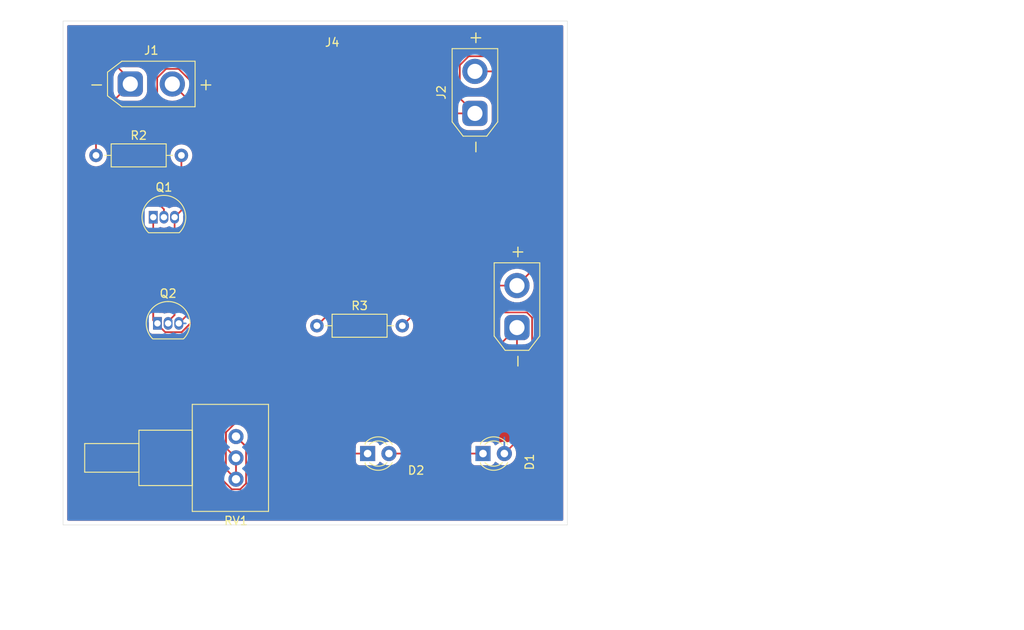
<source format=kicad_pcb>
(kicad_pcb (version 20240108) (generator "pcbnew") (generator_version "8.0")
  (layers (0 "F.Cu" signal) (31 "B.Cu" signal) (34 "B.Paste" user) (35 "F.Paste" user) (36 "B.SilkS" user "B.Silkscreen") (37 "F.SilkS" user "F.Silkscreen") (38 "B.Mask" user) (39 "F.Mask" user) (44 "Edge.Cuts" user))
  (net 0 "")
  (net 1 "Net-(D1-K)")
  (net 2 "Net-(D1-A)")
  (net 3 "Net-(D2-K)")
  (net 4 "Net-(J1-Pin_1)")
  (net 5 "Net-(J1-Pin_2)")
  (net 6 "Net-(J4-Pin_1)")
  (net 7 "Net-(Q1-C)")
  (footprint "LED_THT:LED_D3.0mm" (layer "F.Cu") (at 126.23 88.5)
    (property "Reference" "D2" (at 5.77 2 0) (layer "F.SilkS"))
    (property "Value" "LED")
    (fp_line (start -0.29 -1.236) (end -0.29 -1.08) (stroke (width 0.12)) (layer "F.SilkS"))
    (fp_line (start -0.29 1.08) (end -0.29 1.236) (stroke (width 0.12)) (layer "F.SilkS"))
    (fp_arc (start -0.29 -1.235516) (mid 1.365624 -1.987701) (end 2.941397 -1.080061) (stroke (width 0.12)) (layer "F.SilkS"))
    (fp_arc (start 0.229039 -1.08) (mid 1.269965 -1.5) (end 2.31091 -1.080049) (stroke (width 0.12)) (layer "F.SilkS"))
    (fp_arc (start 2.31091 1.080049) (mid 1.269965 1.5) (end 0.229039 1.08) (stroke (width 0.12)) (layer "F.SilkS"))
    (fp_arc (start 2.941397 1.080061) (mid 1.365624 1.987701) (end -0.29 1.235516) (stroke (width 0.12)) (layer "F.SilkS"))
    (pad "1" thru_hole rect (at 0 0) (size 1.8 1.8) (drill 0.9) (layers "*.Cu" "*.Mask") (net 3 "Net-(D2-K)"))
    (pad "2" thru_hole circle (at 2.54 0) (size 1.8 1.8) (drill 0.9) (layers "*.Cu" "*.Mask") (net 1 "Net-(D1-K)"))
  )
  (footprint "Connector_AMASS:AMASS_XT30UPB-M_1x02_P5.0mm_Vertical" (layer "F.Cu") (at 98 44.5)
    (property "Reference" "J1" (at 2.5 -4 0) (layer "F.SilkS"))
    (property "Value" "Conn_01x02")
    (fp_line (start -2.71 -1.41) (end -2.71 1.41) (stroke (width 0.12)) (layer "F.SilkS"))
    (fp_line (start -2.71 -1.41) (end -1.01 -2.71) (stroke (width 0.12)) (layer "F.SilkS"))
    (fp_line (start -2.71 1.41) (end -1.01 2.71) (stroke (width 0.12)) (layer "F.SilkS"))
    (fp_line (start -1.01 -2.71) (end 7.71 -2.71) (stroke (width 0.12)) (layer "F.SilkS"))
    (fp_line (start -1.01 2.71) (end 7.71 2.71) (stroke (width 0.12)) (layer "F.SilkS"))
    (fp_line (start 7.71 -2.71) (end 7.71 2.71) (stroke (width 0.12)) (layer "F.SilkS"))
    (fp_text user "-" (at -4 0 0) (layer "F.SilkS") (effects (font (size 1.5 1.5))))
    (fp_text user "+" (at 9 0 0) (layer "F.SilkS") (effects (font (size 1.5 1.5))))
    (pad "1" thru_hole roundrect (at 0 0) (size 3 3) (drill 1.8) (layers "*.Cu" "*.Mask") (net 4 "Net-(J1-Pin_1)"))
    (pad "2" thru_hole circle (at 5 0) (size 3 3) (drill 1.8) (layers "*.Cu" "*.Mask") (net 5 "Net-(J1-Pin_2)"))
  )
  (footprint "LED_THT:LED_D3.0mm" (layer "F.Cu") (at 139.96 88.5)
    (property "Reference" "D1" (at 5.54 1 90) (layer "F.SilkS"))
    (property "Value" "LED")
    (fp_line (start -0.29 -1.236) (end -0.29 -1.08) (stroke (width 0.12)) (layer "F.SilkS"))
    (fp_line (start -0.29 1.08) (end -0.29 1.236) (stroke (width 0.12)) (layer "F.SilkS"))
    (fp_arc (start -0.29 -1.235516) (mid 1.365624 -1.987701) (end 2.941397 -1.080061) (stroke (width 0.12)) (layer "F.SilkS"))
    (fp_arc (start 0.229039 -1.08) (mid 1.269965 -1.5) (end 2.31091 -1.080049) (stroke (width 0.12)) (layer "F.SilkS"))
    (fp_arc (start 2.31091 1.080049) (mid 1.269965 1.5) (end 0.229039 1.08) (stroke (width 0.12)) (layer "F.SilkS"))
    (fp_arc (start 2.941397 1.080061) (mid 1.365624 1.987701) (end -0.29 1.235516) (stroke (width 0.12)) (layer "F.SilkS"))
    (pad "1" thru_hole rect (at 0 0) (size 1.8 1.8) (drill 0.9) (layers "*.Cu" "*.Mask") (net 1 "Net-(D1-K)"))
    (pad "2" thru_hole circle (at 2.54 0) (size 1.8 1.8) (drill 0.9) (layers "*.Cu" "*.Mask") (net 2 "Net-(D1-A)"))
  )
  (footprint "Connector_AMASS:AMASS_XT30UPB-M_1x02_P5.0mm_Vertical" (layer "F.Cu") (at 144 73.5 90)
    (property "Reference" "J4" (at 33.95 -21.98 0) (layer "F.SilkS"))
    (property "Value" "Conn_01x02")
    (fp_line (start 7.71 -2.71) (end 7.71 2.71) (stroke (width 0.12)) (layer "F.SilkS"))
    (fp_line (start -1.01 -2.71) (end 7.71 -2.71) (stroke (width 0.12)) (layer "F.SilkS"))
    (fp_line (start -2.71 -1.41) (end -1.01 -2.71) (stroke (width 0.12)) (layer "F.SilkS"))
    (fp_line (start -2.71 -1.41) (end -2.71 1.41) (stroke (width 0.12)) (layer "F.SilkS"))
    (fp_line (start -2.71 1.41) (end -1.01 2.71) (stroke (width 0.12)) (layer "F.SilkS"))
    (fp_line (start -1.01 2.71) (end 7.71 2.71) (stroke (width 0.12)) (layer "F.SilkS"))
    (fp_text user "-" (at -4 0 90) (layer "F.SilkS") (effects (font (size 1.5 1.5))))
    (fp_text user "+" (at 9 0 90) (layer "F.SilkS") (effects (font (size 1.5 1.5))))
    (pad "1" thru_hole roundrect (at 0 0 90) (size 3 3) (drill 1.8) (layers "*.Cu" "*.Mask") (net 6 "Net-(J4-Pin_1)"))
    (pad "2" thru_hole circle (at 5 0 90) (size 3 3) (drill 1.8) (layers "*.Cu" "*.Mask") (net 4 "Net-(J1-Pin_1)"))
  )
  (footprint "Resistor_THT:R_Axial_DIN0207_L6.3mm_D2.5mm_P10.16mm_Horizontal" (layer "F.Cu") (at 120.2 73.28)
    (property "Reference" "R3" (at 5.08 -2.37 0) (layer "F.SilkS"))
    (property "Value" "10k")
    (fp_line (start 1.04 0) (end 1.81 0) (stroke (width 0.12)) (layer "F.SilkS"))
    (fp_line (start 1.81 -1.37) (end 1.81 1.37) (stroke (width 0.12)) (layer "F.SilkS"))
    (fp_line (start 1.81 1.37) (end 8.35 1.37) (stroke (width 0.12)) (layer "F.SilkS"))
    (fp_line (start 8.35 -1.37) (end 1.81 -1.37) (stroke (width 0.12)) (layer "F.SilkS"))
    (fp_line (start 8.35 1.37) (end 8.35 -1.37) (stroke (width 0.12)) (layer "F.SilkS"))
    (fp_line (start 9.12 0) (end 8.35 0) (stroke (width 0.12)) (layer "F.SilkS"))
    (pad "1" thru_hole circle (at 0 0) (size 1.6 1.6) (drill 0.8) (layers "*.Cu" "*.Mask") (net 4 "Net-(J1-Pin_1)"))
    (pad "2" thru_hole oval (at 10.16 0) (size 1.6 1.6) (drill 0.8) (layers "*.Cu" "*.Mask") (net 2 "Net-(D1-A)"))
  )
  (footprint "Resistor_THT:R_Axial_DIN0207_L6.3mm_D2.5mm_P10.16mm_Horizontal" (layer "F.Cu") (at 93.92 53)
    (property "Reference" "R2" (at 5.08 -2.37 0) (layer "F.SilkS"))
    (property "Value" "10k")
    (fp_line (start 1.04 0) (end 1.81 0) (stroke (width 0.12)) (layer "F.SilkS"))
    (fp_line (start 1.81 -1.37) (end 1.81 1.37) (stroke (width 0.12)) (layer "F.SilkS"))
    (fp_line (start 1.81 1.37) (end 8.35 1.37) (stroke (width 0.12)) (layer "F.SilkS"))
    (fp_line (start 8.35 -1.37) (end 1.81 -1.37) (stroke (width 0.12)) (layer "F.SilkS"))
    (fp_line (start 8.35 1.37) (end 8.35 -1.37) (stroke (width 0.12)) (layer "F.SilkS"))
    (fp_line (start 9.12 0) (end 8.35 0) (stroke (width 0.12)) (layer "F.SilkS"))
    (pad "1" thru_hole circle (at 0 0) (size 1.6 1.6) (drill 0.8) (layers "*.Cu" "*.Mask") (net 4 "Net-(J1-Pin_1)"))
    (pad "2" thru_hole oval (at 10.16 0) (size 1.6 1.6) (drill 0.8) (layers "*.Cu" "*.Mask") (net 7 "Net-(Q1-C)"))
  )
  (footprint "Package_TO_SOT_THT:TO-92_Inline" (layer "F.Cu") (at 100.73 60.36)
    (property "Reference" "Q1" (at 1.27 -3.56 0) (layer "F.SilkS"))
    (property "Value" "2N3904")
    (fp_line (start -0.53 1.85) (end 3.07 1.85) (stroke (width 0.12)) (layer "F.SilkS"))
    (fp_arc (start -0.568478 1.838478) (mid -1.132087 -0.994977) (end 1.27 -2.6) (stroke (width 0.12)) (layer "F.SilkS"))
    (fp_arc (start 1.27 -2.6) (mid 3.672087 -0.994977) (end 3.108478 1.838478) (stroke (width 0.12)) (layer "F.SilkS"))
    (pad "1" thru_hole rect (at 0 0) (size 1.05 1.5) (drill 0.75) (layers "*.Cu" "*.Mask") (net 3 "Net-(D2-K)"))
    (pad "2" thru_hole oval (at 1.27 0) (size 1.05 1.5) (drill 0.75) (layers "*.Cu" "*.Mask") (net 6 "Net-(J4-Pin_1)"))
    (pad "3" thru_hole oval (at 2.54 0) (size 1.05 1.5) (drill 0.75) (layers "*.Cu" "*.Mask") (net 7 "Net-(Q1-C)"))
  )
  (footprint "Package_TO_SOT_THT:TO-92_Inline" (layer "F.Cu") (at 101.23 73)
    (property "Reference" "Q2" (at 1.27 -3.56 0) (layer "F.SilkS"))
    (property "Value" "2N3904")
    (fp_line (start -0.53 1.85) (end 3.07 1.85) (stroke (width 0.12)) (layer "F.SilkS"))
    (fp_arc (start -0.568478 1.838478) (mid -1.132087 -0.994977) (end 1.27 -2.6) (stroke (width 0.12)) (layer "F.SilkS"))
    (fp_arc (start 1.27 -2.6) (mid 3.672087 -0.994977) (end 3.108478 1.838478) (stroke (width 0.12)) (layer "F.SilkS"))
    (pad "1" thru_hole rect (at 0 0) (size 1.05 1.5) (drill 0.75) (layers "*.Cu" "*.Mask") (net 3 "Net-(D2-K)"))
    (pad "2" thru_hole oval (at 1.27 0) (size 1.05 1.5) (drill 0.75) (layers "*.Cu" "*.Mask") (net 7 "Net-(Q1-C)"))
    (pad "3" thru_hole oval (at 2.54 0) (size 1.05 1.5) (drill 0.75) (layers "*.Cu" "*.Mask") (net 5 "Net-(J1-Pin_2)"))
  )
  (footprint "Connector_AMASS:AMASS_XT30UPB-M_1x02_P5.0mm_Vertical" (layer "F.Cu") (at 139 48 90)
    (property "Reference" "J2" (at 2.5 -4 90) (layer "F.SilkS"))
    (property "Value" "Conn_01x02")
    (fp_line (start 7.71 -2.71) (end 7.71 2.71) (stroke (width 0.12)) (layer "F.SilkS"))
    (fp_line (start -1.01 -2.71) (end 7.71 -2.71) (stroke (width 0.12)) (layer "F.SilkS"))
    (fp_line (start -2.71 -1.41) (end -1.01 -2.71) (stroke (width 0.12)) (layer "F.SilkS"))
    (fp_line (start -2.71 -1.41) (end -2.71 1.41) (stroke (width 0.12)) (layer "F.SilkS"))
    (fp_line (start -2.71 1.41) (end -1.01 2.71) (stroke (width 0.12)) (layer "F.SilkS"))
    (fp_line (start -1.01 2.71) (end 7.71 2.71) (stroke (width 0.12)) (layer "F.SilkS"))
    (fp_text user "+" (at 9 0 90) (layer "F.SilkS") (effects (font (size 1.5 1.5))))
    (fp_text user "-" (at -4 0 90) (layer "F.SilkS") (effects (font (size 1.5 1.5))))
    (pad "1" thru_hole roundrect (at 0 0 90) (size 3 3) (drill 1.8) (layers "*.Cu" "*.Mask") (net 4 "Net-(J1-Pin_1)"))
    (pad "2" thru_hole circle (at 5 0 90) (size 3 3) (drill 1.8) (layers "*.Cu" "*.Mask") (net 3 "Net-(D2-K)"))
  )
  (footprint "Potentiometer_THT:Potentiometer_Vishay_148-149_Single_Horizontal" (layer "F.Cu") (at 110.575 86.475 180)
    (property "Reference" "RV1" (at 0 -10.04 0) (layer "F.SilkS"))
    (property "Value" "10k")
    (fp_line (start 18 -4.244) (end 18 -0.835) (stroke (width 0.12)) (layer "F.SilkS"))
    (fp_line (start 11.55 -0.835) (end 18 -0.835) (stroke (width 0.12)) (layer "F.SilkS"))
    (fp_line (start 11.55 -4.244) (end 18 -4.244) (stroke (width 0.12)) (layer "F.SilkS"))
    (fp_line (start 11.55 -4.244) (end 11.55 -0.835) (stroke (width 0.12)) (layer "F.SilkS"))
    (fp_line (start 11.55 -5.835) (end 11.55 0.755) (stroke (width 0.12)) (layer "F.SilkS"))
    (fp_line (start 5.2 0.755) (end 11.55 0.755) (stroke (width 0.12)) (layer "F.SilkS"))
    (fp_line (start 5.2 -5.835) (end 11.55 -5.835) (stroke (width 0.12)) (layer "F.SilkS"))
    (fp_line (start 5.2 -5.835) (end 5.2 0.755) (stroke (width 0.12)) (layer "F.SilkS"))
    (fp_line (start 5.2 -8.91) (end 5.2 3.83) (stroke (width 0.12)) (layer "F.SilkS"))
    (fp_line (start -3.87 3.83) (end 5.2 3.83) (stroke (width 0.12)) (layer "F.SilkS"))
    (fp_line (start -3.87 -8.91) (end 5.2 -8.91) (stroke (width 0.12)) (layer "F.SilkS"))
    (fp_line (start -3.87 -8.91) (end -3.87 3.83) (stroke (width 0.12)) (layer "F.SilkS"))
    (pad "1" thru_hole circle (at 0 0 180) (size 1.8 1.8) (drill 1) (layers "*.Cu" "*.Mask") (net 3 "Net-(D2-K)"))
    (pad "2" thru_hole circle (at 0 -2.54 180) (size 1.8 1.8) (drill 1) (layers "*.Cu" "*.Mask") (net 6 "Net-(J4-Pin_1)"))
    (pad "3" thru_hole circle (at 0 -5.08 180) (size 1.8 1.8) (drill 1) (layers "*.Cu" "*.Mask") (net 6 "Net-(J4-Pin_1)"))
  )
  (gr_rect (start 90 37) (end 150 97) (stroke (width 0.05)) (fill none) (layer "Edge.Cuts"))
  (segment (start 128.77 88.5) (end 139.96 88.5) (width 0.2) (layer "F.Cu") (net 1))
  (segment (start 145.184926 71.7) (end 131.94 71.7) (width 0.2) (layer "F.Cu") (net 2))
  (segment (start 145.8 85.2) (end 145.8 72.315074) (width 0.2) (layer "F.Cu") (net 2))
  (segment (start 145.8 72.315074) (end 145.184926 71.7) (width 0.2) (layer "F.Cu") (net 2))
  (segment (start 131.94 71.7) (end 130.36 73.28) (width 0.2) (layer "F.Cu") (net 2))
  (segment (start 142.5 88.5) (end 145.8 85.2) (width 0.2) (layer "F.Cu") (net 2))
  (segment (start 142.5 86.58) (end 142.5 88.5) (width 0.2) (layer "B.Cu") (net 2))
  (segment (start 112.6 88.5) (end 110.575 86.475) (width 0.2) (layer "F.Cu") (net 3))
  (segment (start 100.73 72.621726) (end 100.73 60.36) (width 0.2) (layer "F.Cu") (net 3))
  (segment (start 102.254415 42.7) (end 103.745585 42.7) (width 0.2) (layer "F.Cu") (net 3))
  (segment (start 110.575 86.475) (end 111.775 87.675) (width 0.2) (layer "F.Cu") (net 3))
  (segment (start 111.775 87.675) (end 111.775 92.052057) (width 0.2) (layer "F.Cu") (net 3))
  (segment (start 110.077943 92.755) (end 96.6 79.277057) (width 0.2) (layer "F.Cu") (net 3))
  (segment (start 123.661726 54.5) (end 104.111726 74.05) (width 0.2) (layer "F.Cu") (net 3))
  (segment (start 96.6 59.334314) (end 101.2 54.734314) (width 0.2) (layer "F.Cu") (net 3))
  (segment (start 102.158274 74.05) (end 100.73 72.621726) (width 0.2) (layer "F.Cu") (net 3))
  (segment (start 139 43) (end 143.5 43) (width 0.2) (layer "F.Cu") (net 3))
  (segment (start 103.745585 42.7) (end 107.4 46.354415) (width 0.2) (layer "F.Cu") (net 3))
  (segment (start 104.111726 74.05) (end 102.158274 74.05) (width 0.2) (layer "F.Cu") (net 3))
  (segment (start 111.072057 92.755) (end 110.077943 92.755) (width 0.2) (layer "F.Cu") (net 3))
  (segment (start 101.2 43.754415) (end 102.254415 42.7) (width 0.2) (layer "F.Cu") (net 3))
  (segment (start 101.2 54.734314) (end 101.2 43.754415) (width 0.2) (layer "F.Cu") (net 3))
  (segment (start 111.775 92.052057) (end 111.072057 92.755) (width 0.2) (layer "F.Cu") (net 3))
  (segment (start 107.4 70.761726) (end 104.111726 74.05) (width 0.2) (layer "F.Cu") (net 3))
  (segment (start 143.5 43) (end 145 44.5) (width 0.2) (layer "F.Cu") (net 3))
  (segment (start 126.23 88.5) (end 112.6 88.5) (width 0.2) (layer "F.Cu") (net 3))
  (segment (start 107.4 46.354415) (end 107.4 70.761726) (width 0.2) (layer "F.Cu") (net 3))
  (segment (start 96.6 79.277057) (end 96.6 59.334314) (width 0.2) (layer "F.Cu") (net 3))
  (segment (start 145 54.5) (end 123.661726 54.5) (width 0.2) (layer "F.Cu") (net 3))
  (segment (start 145 44.5) (end 145 54.5) (width 0.2) (layer "F.Cu") (net 3))
  (segment (start 100.73 72.621726) (end 100.73 62) (width 0.2) (layer "F.Cu") (net 3))
  (segment (start 94.5 38.5) (end 108 38.5) (width 0.2) (layer "F.Cu") (net 4))
  (segment (start 145.4 44.334314) (end 145.4 67.1) (width 0.2) (layer "F.Cu") (net 4))
  (segment (start 98 44.5) (end 98 44) (width 0.2) (layer "F.Cu") (net 4))
  (segment (start 94.5 40.5) (end 94.5 38.5) (width 0.2) (layer "F.Cu") (net 4))
  (segment (start 137.2 42.254415) (end 138.254415 41.2) (width 0.2) (layer "F.Cu") (net 4))
  (segment (start 137.2 46.2) (end 137.2 42.254415) (width 0.2) (layer "F.Cu") (net 4))
  (segment (start 145.4 67.1) (end 144 68.5) (width 0.2) (layer "F.Cu") (net 4))
  (segment (start 108 38.5) (end 117.5 48) (width 0.2) (layer "F.Cu") (net 4))
  (segment (start 93.92 53) (end 93.92 48.58) (width 0.2) (layer "F.Cu") (net 4))
  (segment (start 98 44) (end 94.5 40.5) (width 0.2) (layer "F.Cu") (net 4))
  (segment (start 138.254415 41.2) (end 142.265686 41.2) (width 0.2) (layer "F.Cu") (net 4))
  (segment (start 139 48) (end 137.2 46.2) (width 0.2) (layer "F.Cu") (net 4))
  (segment (start 117.5 48) (end 139 48) (width 0.2) (layer "F.Cu") (net 4))
  (segment (start 124.98 68.5) (end 120.2 73.28) (width 0.2) (layer "F.Cu") (net 4))
  (segment (start 142.265686 41.2) (end 145.4 44.334314) (width 0.2) (layer "F.Cu") (net 4))
  (segment (start 144 68.5) (end 124.98 68.5) (width 0.2) (layer "F.Cu") (net 4))
  (segment (start 93.92 48.58) (end 98 44.5) (width 0.2) (layer "F.Cu") (net 4))
  (segment (start 107 48.5) (end 107 69.77) (width 0.2) (layer "F.Cu") (net 5))
  (segment (start 103 44.5) (end 107 48.5) (width 0.2) (layer "F.Cu") (net 5))
  (segment (start 107 69.77) (end 103.77 73) (width 0.2) (layer "F.Cu") (net 5))
  (segment (start 104.597 73) (end 103.77 73) (width 0.2) (layer "B.Cu") (net 5))
  (segment (start 109.375 90.355) (end 109.375 85.977943) (width 0.2) (layer "F.Cu") (net 6))
  (segment (start 144 76) (end 144 73.5) (width 0.2) (layer "F.Cu") (net 6))
  (segment (start 97.5 59) (end 97 59.5) (width 0.2) (layer "F.Cu") (net 6))
  (segment (start 119.752943 75.6) (end 141.9 75.6) (width 0.2) (layer "F.Cu") (net 6))
  (segment (start 102 59.41) (end 101.59 59) (width 0.2) (layer "F.Cu") (net 6))
  (segment (start 97 59.5) (end 97 75) (width 0.2) (layer "F.Cu") (net 6))
  (segment (start 141.9 75.6) (end 144 73.5) (width 0.2) (layer "F.Cu") (net 6))
  (segment (start 109.375 87.815) (end 109.375 85.977943) (width 0.2) (layer "F.Cu") (net 6))
  (segment (start 144.5 76.5) (end 144 76) (width 0.2) (layer "F.Cu") (net 6))
  (segment (start 109.375 85.977943) (end 119.752943 75.6) (width 0.2) (layer "F.Cu") (net 6))
  (segment (start 110.575 91.555) (end 109.375 90.355) (width 0.2) (layer "F.Cu") (net 6))
  (segment (start 102 60.36) (end 102 59.41) (width 0.2) (layer "F.Cu") (net 6))
  (segment (start 98.5 76.5) (end 144.5 76.5) (width 0.2) (layer "F.Cu") (net 6))
  (segment (start 97 75) (end 98.5 76.5) (width 0.2) (layer "F.Cu") (net 6))
  (segment (start 110.575 89.015) (end 109.375 87.815) (width 0.2) (layer "F.Cu") (net 6))
  (segment (start 101.59 59) (end 97.5 59) (width 0.2) (layer "F.Cu") (net 6))
  (segment (start 110.575 91.555) (end 110.575 89.015) (width 0.2) (layer "F.Cu") (net 6))
  (segment (start 104.08 53) (end 104.08 59.55) (width 0.2) (layer "F.Cu") (net 7))
  (segment (start 103.27 72.005) (end 103.27 60.36) (width 0.2) (layer "F.Cu") (net 7))
  (segment (start 102.5 72.775) (end 103.27 72.005) (width 0.2) (layer "F.Cu") (net 7))
  (segment (start 102.5 73) (end 102.5 72.775) (width 0.2) (layer "F.Cu") (net 7))
  (segment (start 104.08 59.55) (end 103.27 60.36) (width 0.2) (layer "F.Cu") (net 7))
  (zone (net 0) (net_name "") (layers "F&B.Cu") (connect_pads (clearance 0.5)) (min_thickness 0.25) (fill yes (thermal_gap 0.5) (thermal_bridge_width 0.5) (island_removal_mode 1) (island_area_min 10))
    (polygon (pts (xy 86.5 35) (xy 156 34.5) (xy 153.5 107) (xy 82.5 109.5)))
  )
)
</source>
